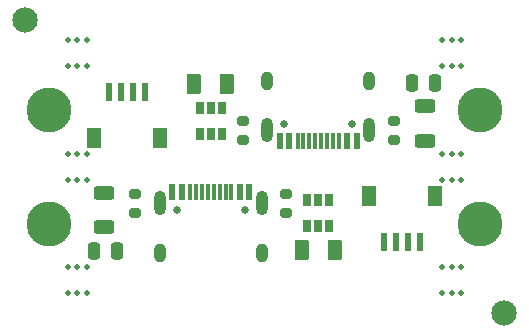
<source format=gbr>
%TF.GenerationSoftware,KiCad,Pcbnew,5.99.0-unknown-43523df843~131~ubuntu21.10.1*%
%TF.CreationDate,2021-08-03T15:32:11+01:00*%
%TF.ProjectId,dboard_panelized,64626f61-7264-45f7-9061-6e656c697a65,rev?*%
%TF.SameCoordinates,Original*%
%TF.FileFunction,Soldermask,Top*%
%TF.FilePolarity,Negative*%
%FSLAX46Y46*%
G04 Gerber Fmt 4.6, Leading zero omitted, Abs format (unit mm)*
G04 Created by KiCad (PCBNEW 5.99.0-unknown-43523df843~131~ubuntu21.10.1) date 2021-08-03 15:32:11*
%MOMM*%
%LPD*%
G01*
G04 APERTURE LIST*
G04 Aperture macros list*
%AMRoundRect*
0 Rectangle with rounded corners*
0 $1 Rounding radius*
0 $2 $3 $4 $5 $6 $7 $8 $9 X,Y pos of 4 corners*
0 Add a 4 corners polygon primitive as box body*
4,1,4,$2,$3,$4,$5,$6,$7,$8,$9,$2,$3,0*
0 Add four circle primitives for the rounded corners*
1,1,$1+$1,$2,$3*
1,1,$1+$1,$4,$5*
1,1,$1+$1,$6,$7*
1,1,$1+$1,$8,$9*
0 Add four rect primitives between the rounded corners*
20,1,$1+$1,$2,$3,$4,$5,0*
20,1,$1+$1,$4,$5,$6,$7,0*
20,1,$1+$1,$6,$7,$8,$9,0*
20,1,$1+$1,$8,$9,$2,$3,0*%
G04 Aperture macros list end*
%ADD10RoundRect,0.200000X0.275000X-0.200000X0.275000X0.200000X-0.275000X0.200000X-0.275000X-0.200000X0*%
%ADD11C,3.800000*%
%ADD12RoundRect,0.250000X0.250000X0.475000X-0.250000X0.475000X-0.250000X-0.475000X0.250000X-0.475000X0*%
%ADD13C,2.152000*%
%ADD14RoundRect,0.250000X0.375000X0.625000X-0.375000X0.625000X-0.375000X-0.625000X0.375000X-0.625000X0*%
%ADD15R,0.650000X1.060000*%
%ADD16R,1.200000X1.800000*%
%ADD17R,0.600000X1.550000*%
%ADD18RoundRect,0.250000X0.625000X-0.312500X0.625000X0.312500X-0.625000X0.312500X-0.625000X-0.312500X0*%
%ADD19RoundRect,0.250000X-0.625000X0.312500X-0.625000X-0.312500X0.625000X-0.312500X0.625000X0.312500X0*%
%ADD20RoundRect,0.200000X-0.275000X0.200000X-0.275000X-0.200000X0.275000X-0.200000X0.275000X0.200000X0*%
%ADD21RoundRect,0.250000X-0.250000X-0.475000X0.250000X-0.475000X0.250000X0.475000X-0.250000X0.475000X0*%
%ADD22C,0.500000*%
%ADD23C,0.650000*%
%ADD24R,0.600000X1.450000*%
%ADD25R,0.300000X1.450000*%
%ADD26O,1.000000X1.600000*%
%ADD27O,1.000000X2.100000*%
%ADD28RoundRect,0.250000X-0.375000X-0.625000X0.375000X-0.625000X0.375000X0.625000X-0.375000X0.625000X0*%
G04 APERTURE END LIST*
D10*
%TO.C,R1*%
X54000000Y-32025000D03*
X54000000Y-30375000D03*
%TD*%
D11*
%TO.C,H2*%
X61300000Y-29500000D03*
%TD*%
D12*
%TO.C,C1*%
X57450000Y-27200000D03*
X55550000Y-27200000D03*
%TD*%
D13*
%TO.C,REF\u002A\u002A*%
X22800000Y-21900000D03*
%TD*%
D11*
%TO.C,H2*%
X24800000Y-39100000D03*
%TD*%
D14*
%TO.C,F1*%
X49000001Y-41349999D03*
X46200001Y-41349999D03*
%TD*%
D15*
%TO.C,U1*%
X46650002Y-39300000D03*
X47600002Y-39300000D03*
X48550002Y-39300000D03*
X48550002Y-37100000D03*
X47600002Y-37100000D03*
X46650002Y-37100000D03*
%TD*%
%TO.C,U1*%
X39450000Y-29300000D03*
X38500000Y-29300000D03*
X37550000Y-29300000D03*
X37550000Y-31500000D03*
X38500000Y-31500000D03*
X39450000Y-31500000D03*
%TD*%
D16*
%TO.C,J1*%
X28600000Y-31850000D03*
X34200000Y-31850000D03*
D17*
X29900000Y-27975000D03*
X30900000Y-27975000D03*
X31900000Y-27975000D03*
X32900000Y-27975000D03*
%TD*%
D18*
%TO.C,R3*%
X29500001Y-39412500D03*
X29500001Y-36487500D03*
%TD*%
D16*
%TO.C,J1*%
X57500000Y-36749999D03*
X51900000Y-36749999D03*
D17*
X56200000Y-40624999D03*
X55200000Y-40624999D03*
X54200000Y-40624999D03*
X53200000Y-40624999D03*
%TD*%
D19*
%TO.C,R3*%
X56600000Y-29187500D03*
X56600000Y-32112500D03*
%TD*%
D20*
%TO.C,R1*%
X32100000Y-36575001D03*
X32100000Y-38225001D03*
%TD*%
D21*
%TO.C,C1*%
X28650002Y-41400001D03*
X30550002Y-41400001D03*
%TD*%
D10*
%TO.C,R2*%
X41200000Y-32025000D03*
X41200000Y-30375000D03*
%TD*%
D11*
%TO.C,H1*%
X24800000Y-29500000D03*
%TD*%
D13*
%TO.C,REF\u002A\u002A*%
X63300000Y-46700000D03*
%TD*%
D22*
%TO.C,mouse-bite-2.54mm-slot*%
X59699999Y-23600001D03*
X58899999Y-25800001D03*
X59699999Y-25800001D03*
X58899999Y-23600001D03*
X58099999Y-23600001D03*
X58099999Y-25800001D03*
%TD*%
%TO.C,mouse-bite-2.54mm-slot*%
X59699999Y-33200001D03*
X58899999Y-35400001D03*
X58099999Y-33200001D03*
X59699999Y-35400001D03*
X58099999Y-35400001D03*
X58899999Y-33200001D03*
%TD*%
D20*
%TO.C,R2*%
X44900000Y-36575001D03*
X44900000Y-38225001D03*
%TD*%
D22*
%TO.C,mouse-bite-2.54mm-slot*%
X26399999Y-42800000D03*
X26399999Y-45000000D03*
X27999999Y-45000000D03*
X27999999Y-42800000D03*
X27199999Y-45000000D03*
X27199999Y-42800000D03*
%TD*%
D23*
%TO.C,J2*%
X44710000Y-30690000D03*
X50490000Y-30690000D03*
D24*
X50850000Y-32135000D03*
X50050000Y-32135000D03*
D25*
X48850000Y-32135000D03*
X47850000Y-32135000D03*
X47350000Y-32135000D03*
X46350000Y-32135000D03*
D24*
X45150000Y-32135000D03*
X44350000Y-32135000D03*
X44350000Y-32135000D03*
X45150000Y-32135000D03*
D25*
X45850000Y-32135000D03*
X46850000Y-32135000D03*
X48350000Y-32135000D03*
X49350000Y-32135000D03*
D24*
X50050000Y-32135000D03*
X50850000Y-32135000D03*
D26*
X43280000Y-27040000D03*
D27*
X43280000Y-31220000D03*
D26*
X51920000Y-27040000D03*
D27*
X51920000Y-31220000D03*
%TD*%
D28*
%TO.C,F1*%
X37100000Y-27250000D03*
X39900000Y-27250000D03*
%TD*%
D11*
%TO.C,H1*%
X61300001Y-39100000D03*
%TD*%
D23*
%TO.C,J2*%
X41390002Y-37910000D03*
X35610002Y-37910000D03*
D24*
X35250002Y-36465000D03*
X36050002Y-36465000D03*
D25*
X37250002Y-36465000D03*
X38250002Y-36465000D03*
X38750002Y-36465000D03*
X39750002Y-36465000D03*
D24*
X40950002Y-36465000D03*
X41750002Y-36465000D03*
X41750002Y-36465000D03*
X40950002Y-36465000D03*
D25*
X40250002Y-36465000D03*
X39250002Y-36465000D03*
X37750002Y-36465000D03*
X36750002Y-36465000D03*
D24*
X36050002Y-36465000D03*
X35250002Y-36465000D03*
D27*
X34180002Y-37380000D03*
D26*
X34180002Y-41560000D03*
X42820002Y-41560000D03*
D27*
X42820002Y-37380000D03*
%TD*%
D22*
%TO.C,mouse-bite-2.54mm-slot*%
X58099999Y-44999999D03*
X58099999Y-42799999D03*
X59699999Y-42799999D03*
X59699999Y-44999999D03*
X58899999Y-42799999D03*
X58899999Y-44999999D03*
%TD*%
%TO.C,mouse-bite-2.54mm-slot*%
X27200000Y-33200001D03*
X26400000Y-35400001D03*
X28000000Y-33200001D03*
X26400000Y-33200001D03*
X27200000Y-35400001D03*
X28000000Y-35400001D03*
%TD*%
%TO.C,mouse-bite-2.54mm-slot*%
X26400000Y-25800001D03*
X28000000Y-23600001D03*
X28000000Y-25800001D03*
X27200000Y-25800001D03*
X27200000Y-23600001D03*
X26400000Y-23600001D03*
%TD*%
M02*

</source>
